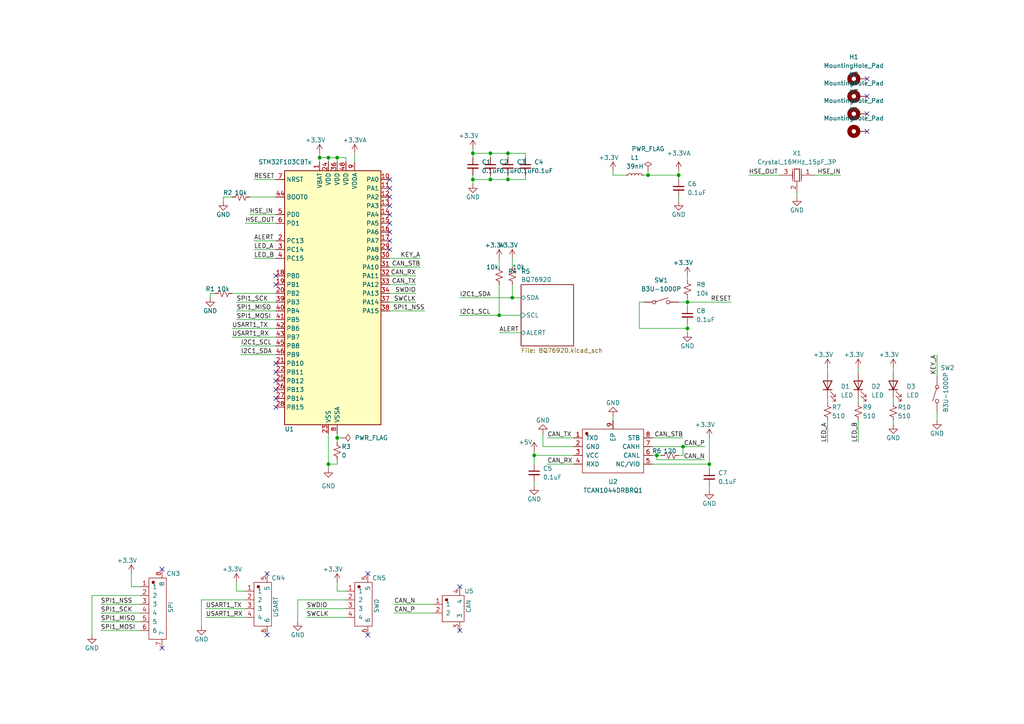
<source format=kicad_sch>
(kicad_sch (version 20230121) (generator eeschema)
  (paper "A4")
  (title_block (title "CawBMS") (rev "Alpha") (company "GUAIK"))
  (lib_symbols
    (symbol "Device:C_Small" (pin_numbers hide) (pin_names (offset 0.254) hide)
      (property "Reference" "C" (at 0.254 1.778 0))
      (property "Value" "C_Small" (at 0.254 -2.032 0))
      (symbol "C_Small_0_1"
        (polyline (pts (xy -1.524 -0.508) (xy 1.524 -0.508)) (stroke (width 0.3302)))
        (polyline (pts (xy -1.524 0.508) (xy 1.524 0.508)) (stroke (width 0.3048)))
      )
      (symbol "C_Small_1_1"
        (pin passive line (at 0 2.54 270) (length 2.032) (name "~") (number "1"))
        (pin passive line (at 0 -2.54 90) (length 2.032) (name "~") (number "2"))
      )
    )
    (symbol "Device:LED" (pin_numbers hide) (pin_names (offset 1.016) hide)
      (property "Reference" "D" (at 0 2.54 0))
      (property "Value" "LED" (at 0 -2.54 0))
      (symbol "LED_0_1"
        (polyline (pts (xy -1.27 -1.27) (xy -1.27 1.27)) (stroke (width 0.254)))
        (polyline (pts (xy -1.27 0) (xy 1.27 0)))
        (polyline (pts (xy 1.27 -1.27) (xy 1.27 1.27) (xy -1.27 0) (xy 1.27 -1.27)) (stroke (width 0.254)))
        (polyline (pts (xy -3.048 -0.762) (xy -4.572 -2.286) (xy -3.81 -2.286) (xy -4.572 -2.286) (xy -4.572 -1.524)))
        (polyline (pts (xy -1.778 -0.762) (xy -3.302 -2.286) (xy -2.54 -2.286) (xy -3.302 -2.286) (xy -3.302 -1.524)))
      )
      (symbol "LED_1_1"
        (pin passive line (at -3.81 0 0) (length 2.54) (name "K") (number "1"))
        (pin passive line (at 3.81 0 180) (length 2.54) (name "A") (number "2"))
      )
    )
    (symbol "Device:L_Small" (pin_numbers hide) (pin_names (offset 0.254) hide)
      (property "Reference" "L" (at 0.762 1.016 0))
      (property "Value" "L_Small" (at 0.762 -1.016 0))
      (symbol "L_Small_0_1"
        (arc (start 0 -2.032) (mid 0.5058 -1.524) (end 0 -1.016))
        (arc (start 0 -1.016) (mid 0.5058 -0.508) (end 0 0))
        (arc (start 0 0) (mid 0.5058 0.508) (end 0 1.016))
        (arc (start 0 1.016) (mid 0.5058 1.524) (end 0 2.032))
      )
      (symbol "L_Small_1_1"
        (pin passive line (at 0 2.54 270) (length 0.508) (name "~") (number "1"))
        (pin passive line (at 0 -2.54 90) (length 0.508) (name "~") (number "2"))
      )
    )
    (symbol "Device:R_Small_US" (pin_numbers hide) (pin_names (offset 0.254) hide)
      (property "Reference" "R" (at 0.762 0.508 0))
      (property "Value" "R_Small_US" (at 0.762 -1.016 0))
      (symbol "R_Small_US_1_1"
        (polyline (pts (xy 0 0) (xy 1.016 -0.381) (xy 0 -0.762) (xy -1.016 -1.143) (xy 0 -1.524)))
        (polyline (pts (xy 0 1.524) (xy 1.016 1.143) (xy 0 0.762) (xy -1.016 0.381) (xy 0 0)))
        (pin passive line (at 0 2.54 270) (length 1.016) (name "~") (number "1"))
        (pin passive line (at 0 -2.54 90) (length 1.016) (name "~") (number "2"))
      )
    )
    (symbol "MCU_ST_STM32F1:STM32F103CBTx"
      (property "Reference" "U" (at -12.7 39.37 0))
      (property "Value" "STM32F103CBTx" (at 10.16 39.37 0))
      (symbol "STM32F103CBTx_0_1"
        (rectangle (start -12.7 -35.56) (end 15.24 38.1) (stroke (width 0.254)) (fill (type background)))
      )
      (symbol "STM32F103CBTx_1_1"
        (pin power_in line (at -2.54 40.64 270) (length 2.54) (name "VBAT") (number "1"))
        (pin bidirectional line (at 17.78 35.56 180) (length 2.54) (name "PA0") (number "10"))
        (pin bidirectional line (at 17.78 33.02 180) (length 2.54) (name "PA1") (number "11"))
        (pin bidirectional line (at 17.78 30.48 180) (length 2.54) (name "PA2") (number "12"))
        (pin bidirectional line (at 17.78 27.94 180) (length 2.54) (name "PA3") (number "13"))
        (pin bidirectional line (at 17.78 25.4 180) (length 2.54) (name "PA4") (number "14"))
        (pin bidirectional line (at 17.78 22.86 180) (length 2.54) (name "PA5") (number "15"))
        (pin bidirectional line (at 17.78 20.32 180) (length 2.54) (name "PA6") (number "16"))
        (pin bidirectional line (at 17.78 17.78 180) (length 2.54) (name "PA7") (number "17"))
        (pin bidirectional line (at -15.24 7.62 0) (length 2.54) (name "PB0") (number "18"))
        (pin bidirectional line (at -15.24 5.08 0) (length 2.54) (name "PB1") (number "19"))
        (pin bidirectional line (at -15.24 17.78 0) (length 2.54) (name "PC13") (number "2"))
        (pin bidirectional line (at -15.24 2.54 0) (length 2.54) (name "PB2") (number "20"))
        (pin bidirectional line (at -15.24 -17.78 0) (length 2.54) (name "PB10") (number "21"))
        (pin bidirectional line (at -15.24 -20.32 0) (length 2.54) (name "PB11") (number "22"))
        (pin power_in line (at 0 -38.1 90) (length 2.54) (name "VSS") (number "23"))
        (pin power_in line (at 0 40.64 270) (length 2.54) (name "VDD") (number "24"))
        (pin bidirectional line (at -15.24 -22.86 0) (length 2.54) (name "PB12") (number "25"))
        (pin bidirectional line (at -15.24 -25.4 0) (length 2.54) (name "PB13") (number "26"))
        (pin bidirectional line (at -15.24 -27.94 0) (length 2.54) (name "PB14") (number "27"))
        (pin bidirectional line (at -15.24 -30.48 0) (length 2.54) (name "PB15") (number "28"))
        (pin bidirectional line (at 17.78 15.24 180) (length 2.54) (name "PA8") (number "29"))
        (pin bidirectional line (at -15.24 15.24 0) (length 2.54) (name "PC14") (number "3"))
        (pin bidirectional line (at 17.78 12.7 180) (length 2.54) (name "PA9") (number "30"))
        (pin bidirectional line (at 17.78 10.16 180) (length 2.54) (name "PA10") (number "31"))
        (pin bidirectional line (at 17.78 7.62 180) (length 2.54) (name "PA11") (number "32"))
        (pin bidirectional line (at 17.78 5.08 180) (length 2.54) (name "PA12") (number "33"))
        (pin bidirectional line (at 17.78 2.54 180) (length 2.54) (name "PA13") (number "34"))
        (pin passive line (at 0 -38.1 90) (length 2.54) hide (name "VSS") (number "35"))
        (pin power_in line (at 2.54 40.64 270) (length 2.54) (name "VDD") (number "36"))
        (pin bidirectional line (at 17.78 0 180) (length 2.54) (name "PA14") (number "37"))
        (pin bidirectional line (at 17.78 -2.54 180) (length 2.54) (name "PA15") (number "38"))
        (pin bidirectional line (at -15.24 0 0) (length 2.54) (name "PB3") (number "39"))
        (pin bidirectional line (at -15.24 12.7 0) (length 2.54) (name "PC15") (number "4"))
        (pin bidirectional line (at -15.24 -2.54 0) (length 2.54) (name "PB4") (number "40"))
        (pin bidirectional line (at -15.24 -5.08 0) (length 2.54) (name "PB5") (number "41"))
        (pin bidirectional line (at -15.24 -7.62 0) (length 2.54) (name "PB6") (number "42"))
        (pin bidirectional line (at -15.24 -10.16 0) (length 2.54) (name "PB7") (number "43"))
        (pin input line (at -15.24 30.48 0) (length 2.54) (name "BOOT0") (number "44"))
        (pin bidirectional line (at -15.24 -12.7 0) (length 2.54) (name "PB8") (number "45"))
        (pin bidirectional line (at -15.24 -15.24 0) (length 2.54) (name "PB9") (number "46"))
        (pin passive line (at 0 -38.1 90) (length 2.54) hide (name "VSS") (number "47"))
        (pin power_in line (at 5.08 40.64 270) (length 2.54) (name "VDD") (number "48"))
        (pin bidirectional line (at -15.24 25.4 0) (length 2.54) (name "PD0") (number "5"))
        (pin bidirectional line (at -15.24 22.86 0) (length 2.54) (name "PD1") (number "6"))
        (pin input line (at -15.24 35.56 0) (length 2.54) (name "NRST") (number "7"))
        (pin power_in line (at 2.54 -38.1 90) (length 2.54) (name "VSSA") (number "8"))
        (pin power_in line (at 7.62 40.64 270) (length 2.54) (name "VDDA") (number "9"))
      )
    )
    (symbol "Mechanical:MountingHole_Pad" (pin_numbers hide) (pin_names (offset 1.016) hide)
      (property "Reference" "H" (at 0 6.35 0))
      (property "Value" "MountingHole_Pad" (at 0 4.445 0))
      (symbol "MountingHole_Pad_0_1"
        (circle (center 0 1.27) (radius 1.27) (stroke (width 1.27)))
      )
      (symbol "MountingHole_Pad_1_1"
        (pin input line (at 0 -2.54 90) (length 2.54) (name "1") (number "1"))
      )
    )
    (symbol "Rick_CAN:TCAN1044DRBRQ1" (pin_names (offset 1.016))
      (property "Reference" "U" (at 0 11.684 0))
      (property "Value" "TCAN1044DRBRQ1" (at 0 16.764 0))
      (symbol "TCAN1044DRBRQ1_1_1"
        (rectangle (start -8.89 6.35) (end 8.89 -6.35) (stroke (width 0.1524)))
        (circle (center -7.62 5.08) (radius 0.381) (stroke (width 0.1524)) (fill (type outline)))
        (pin output line (at -11.43 3.81 0) (length 2.54) (name "TXD") (number "1"))
        (pin power_in line (at -11.43 1.27 0) (length 2.54) (name "GND") (number "2"))
        (pin power_in line (at -11.43 -1.27 0) (length 2.54) (name "VCC") (number "3"))
        (pin input line (at -11.43 -3.81 0) (length 2.54) (name "RXD") (number "4"))
        (pin power_in line (at 11.43 -3.81 180) (length 2.54) (name "NC/VIO") (number "5"))
        (pin bidirectional line (at 11.43 -1.27 180) (length 2.54) (name "CANL") (number "6"))
        (pin bidirectional line (at 11.43 1.27 180) (length 2.54) (name "CANH") (number "7"))
        (pin input line (at 11.43 3.81 180) (length 2.54) (name "STB") (number "8"))
        (pin power_in line (at 0 8.89 270) (length 2.54) (name "EP") (number "9"))
      )
    )
    (symbol "Rick_Connector:WAFER-SH1.0-2PWB" (pin_names (offset 1.016))
      (property "Reference" "U" (at 0 9.144 0))
      (property "Value" "WAFER-SH1.0-2PWB" (at 0 14.224 0))
      (symbol "WAFER-SH1.0-2PWB_1_1"
        (rectangle (start -1.27 3.81) (end 5.08 -3.81) (stroke (width 0.1524)))
        (circle (center 0 2.54) (radius 0.381) (stroke (width 0.1524)) (fill (type outline)))
        (pin input line (at -3.81 1.27 0) (length 2.54) (name "1") (number "1"))
        (pin input line (at -3.81 -1.27 0) (length 2.54) (name "2") (number "2"))
        (pin input line (at 3.81 -6.35 90) (length 2.54) (name "3") (number "3"))
        (pin input line (at 3.81 6.35 270) (length 2.54) (name "4") (number "4"))
      )
    )
    (symbol "Rick_Connector:WAFER-SH1.0-4PWB" (pin_names (offset 1.016))
      (property "Reference" "CN" (at 0 11.7094 0))
      (property "Value" "WAFER-SH1.0-4PWB" (at 0 16.7894 0))
      (symbol "WAFER-SH1.0-4PWB_1_1"
        (rectangle (start -1.27 6.35) (end 3.81 -6.35) (stroke (width 0.1524)))
        (circle (center 0 5.08) (radius 0.381) (stroke (width 0.1524)) (fill (type outline)))
        (pin input line (at -3.81 3.81 0) (length 2.54) (name "1") (number "1"))
        (pin input line (at -3.81 1.27 0) (length 2.54) (name "2") (number "2"))
        (pin input line (at -3.81 -1.27 0) (length 2.54) (name "3") (number "3"))
        (pin input line (at -3.81 -3.81 0) (length 2.54) (name "4") (number "4"))
        (pin input line (at 2.54 8.89 270) (length 2.54) (name "5") (number "5"))
        (pin input line (at 2.54 -8.89 90) (length 2.54) (name "6") (number "6"))
      )
    )
    (symbol "Rick_Connector:WAFER-SH1.0-6PWB" (pin_names (offset 1.016))
      (property "Reference" "CN" (at 0 14.224 0))
      (property "Value" "WAFER-SH1.0-6PWB" (at 0 19.304 0))
      (symbol "WAFER-SH1.0-6PWB_1_1"
        (rectangle (start -2.54 8.89) (end 2.54 -8.89) (stroke (width 0.1524)))
        (circle (center -1.27 7.62) (radius 0.381) (stroke (width 0.1524)) (fill (type outline)))
        (pin input line (at -5.08 6.35 0) (length 2.54) (name "1") (number "1"))
        (pin input line (at -5.08 3.81 0) (length 2.54) (name "2") (number "2"))
        (pin input line (at -5.08 1.27 0) (length 2.54) (name "3") (number "3"))
        (pin input line (at -5.08 -1.27 0) (length 2.54) (name "4") (number "4"))
        (pin input line (at -5.08 -3.81 0) (length 2.54) (name "5") (number "5"))
        (pin input line (at -5.08 -6.35 0) (length 2.54) (name "6") (number "6"))
        (pin input line (at 1.27 -11.43 90) (length 2.54) (name "7") (number "7"))
        (pin input line (at 1.27 11.43 270) (length 2.54) (name "8") (number "8"))
      )
    )
    (symbol "Rick_Device:Crystal_16MHz_15pF_3P" (pin_names (offset 1.016) hide)
      (property "Reference" "X" (at 0 4.318 0))
      (property "Value" "Crystal_16MHz_15pF_3P" (at 0 9.398 0))
      (symbol "Crystal_16MHz_15pF_3P_1_1"
        (polyline (pts (xy -1.27 1.016) (xy -1.27 -1.016)) (stroke (width 0.1524)))
        (polyline (pts (xy -1.27 1.778) (xy -1.27 -1.778)) (stroke (width 0.1524)))
        (polyline (pts (xy -0.762 1.778) (xy 0.762 1.778)) (stroke (width 0.1524)))
        (polyline (pts (xy 1.27 1.016) (xy 1.27 -1.016)) (stroke (width 0.1524)))
        (polyline (pts (xy 1.27 1.778) (xy 1.27 -1.778)) (stroke (width 0.1524)))
        (polyline (pts (xy 0.762 1.778) (xy 0.762 -1.778) (xy -0.762 -1.778) (xy -0.762 1.778)) (stroke (width 0.1524)))
        (polyline (pts (xy -0.762 -1.778) (xy -0.762 1.778) (xy 0.762 1.778) (xy 0.762 -1.778) (xy -0.762 -1.778)) (stroke (width 0.1524)))
        (pin passive line (at 5.08 0 180) (length 3.81) (name "OSC1") (number "1"))
        (pin passive line (at 0 -5.08 90) (length 3.048) (name "GND") (number "2"))
        (pin passive line (at -5.08 0 0) (length 3.81) (name "OSC2") (number "3"))
      )
    )
    (symbol "Rick_Switch:B3U-1000P" (pin_numbers hide) (pin_names (offset 1.016) hide)
      (property "Reference" "SW" (at 0 2.54 0))
      (property "Value" "B3U-1000P" (at 0 5.08 0))
      (symbol "B3U-1000P_0_1"
        (circle (center -2.032 0) (radius 0.508))
        (polyline (pts (xy -2.032 0) (xy 2.032 1.27)))
        (circle (center 2.032 0) (radius 0.508))
        (pin passive line (at -5.08 0 0) (length 2.54) (name "1") (number "1"))
        (pin passive line (at 5.08 0 180) (length 2.54) (name "2") (number "2"))
      )
    )
    (symbol "power:+3.3V" (power) (pin_names (offset 0))
      (property "Value" "+3.3V" (at 0 3.556 0))
      (symbol "+3.3V_0_1"
        (polyline (pts (xy -0.762 1.27) (xy 0 2.54)))
        (polyline (pts (xy 0 0) (xy 0 2.54)))
        (polyline (pts (xy 0 2.54) (xy 0.762 1.27)))
      )
      (symbol "+3.3V_1_1"
        (pin power_in line (at 0 0 90) (length 0) hide (name "+3.3V") (number "1"))
      )
    )
    (symbol "power:+3.3VA" (power) (pin_names (offset 0))
      (property "Value" "+3.3VA" (at 0 3.556 0))
      (symbol "+3.3VA_0_1"
        (polyline (pts (xy -0.762 1.27) (xy 0 2.54)))
        (polyline (pts (xy 0 0) (xy 0 2.54)))
        (polyline (pts (xy 0 2.54) (xy 0.762 1.27)))
      )
      (symbol "+3.3VA_1_1"
        (pin power_in line (at 0 0 90) (length 0) hide (name "+3.3VA") (number "1"))
      )
    )
    (symbol "power:+5V" (power) (pin_names (offset 0))
      (property "Value" "+5V" (at 0 3.556 0))
      (symbol "+5V_0_1"
        (polyline (pts (xy -0.762 1.27) (xy 0 2.54)))
        (polyline (pts (xy 0 0) (xy 0 2.54)))
        (polyline (pts (xy 0 2.54) (xy 0.762 1.27)))
      )
      (symbol "+5V_1_1"
        (pin power_in line (at 0 0 90) (length 0) hide (name "+5V") (number "1"))
      )
    )
    (symbol "power:GND" (power) (pin_names (offset 0))
      (property "Value" "GND" (at 0 -3.81 0))
      (symbol "GND_0_1"
        (polyline (pts (xy 0 0) (xy 0 -1.27) (xy 1.27 -1.27) (xy 0 -2.54) (xy -1.27 -1.27) (xy 0 -1.27)))
      )
      (symbol "GND_1_1"
        (pin power_in line (at 0 0 270) (length 0) hide (name "GND") (number "1"))
      )
    )
    (symbol "power:PWR_FLAG" (power) (pin_numbers hide) (pin_names (offset 0) hide)
      (property "Value" "PWR_FLAG" (at 0 3.81 0))
      (symbol "PWR_FLAG_0_0"
        (pin power_out line (at 0 0 90) (length 0) (name "pwr") (number "1"))
      )
      (symbol "PWR_FLAG_0_1"
        (polyline (pts (xy 0 0) (xy 0 1.27) (xy -1.016 1.905) (xy 0 2.54) (xy 1.016 1.905) (xy 0 1.27)))
      )
    )
  )
  (junction (at 187.96 50.8))
  (junction (at 142.24 52.07))
  (junction (at 147.32 44.45))
  (junction (at 97.79 45.72))
  (junction (at 92.71 45.72))
  (junction (at 97.79 127))
  (junction (at 190.5 132.08))
  (junction (at 199.39 95.25))
  (junction (at 196.85 50.8))
  (junction (at 95.25 134.62))
  (junction (at 95.25 45.72))
  (junction (at 137.16 44.45))
  (junction (at 154.94 132.08))
  (junction (at 205.74 134.62))
  (junction (at 199.39 87.63))
  (junction (at 147.32 52.07))
  (junction (at 144.78 91.44))
  (junction (at 148.59 86.36))
  (junction (at 137.16 52.07))
  (junction (at 198.12 129.54))
  (junction (at 142.24 44.45))
  (no_connect (at 80.01 105.41))
  (no_connect (at 251.46 27.94))
  (no_connect (at 46.99 165.1))
  (no_connect (at 80.01 107.95))
  (no_connect (at 106.68 166.37))
  (no_connect (at 113.03 52.07))
  (no_connect (at 113.03 69.85))
  (no_connect (at 77.47 166.37))
  (no_connect (at 251.46 33.02))
  (no_connect (at 133.35 170.18))
  (no_connect (at 113.03 57.15))
  (no_connect (at 77.47 184.15))
  (no_connect (at 251.46 22.86))
  (no_connect (at 113.03 67.31))
  (no_connect (at 80.01 80.01))
  (no_connect (at 133.35 182.88))
  (no_connect (at 113.03 72.39))
  (no_connect (at 113.03 64.77))
  (no_connect (at 80.01 113.03))
  (no_connect (at 46.99 187.96))
  (no_connect (at 113.03 59.69))
  (no_connect (at 251.46 38.1))
  (no_connect (at 106.68 184.15))
  (no_connect (at 80.01 118.11))
  (no_connect (at 80.01 110.49))
  (no_connect (at 113.03 54.61))
  (no_connect (at 80.01 82.55))
  (no_connect (at 113.03 62.23))
  (no_connect (at 80.01 115.57))
  (wire (pts (xy 121.92 77.47) (xy 113.03 77.47)))
  (wire (pts (xy 196.85 50.8) (xy 196.85 52.07)))
  (wire (pts (xy 248.92 106.68) (xy 248.92 107.95)))
  (wire (pts (xy 68.58 87.63) (xy 80.01 87.63)))
  (wire (pts (xy 158.75 134.62) (xy 166.37 134.62)))
  (wire (pts (xy 148.59 86.36) (xy 151.13 86.36)))
  (wire (pts (xy 114.3 175.26) (xy 125.73 175.26)))
  (wire (pts (xy 199.39 93.98) (xy 199.39 95.25)))
  (wire (pts (xy 240.03 128.27) (xy 240.03 121.92)))
  (wire (pts (xy 120.65 87.63) (xy 113.03 87.63)))
  (wire (pts (xy 120.65 80.01) (xy 113.03 80.01)))
  (wire (pts (xy 29.21 180.34) (xy 40.64 180.34)))
  (wire (pts (xy 157.48 125.73) (xy 157.48 129.54)))
  (wire (pts (xy 177.8 50.8) (xy 181.61 50.8)))
  (wire (pts (xy 199.39 86.36) (xy 199.39 87.63)))
  (wire (pts (xy 148.59 82.55) (xy 148.59 86.36)))
  (wire (pts (xy 40.64 172.72) (xy 26.67 172.72)))
  (wire (pts (xy 71.12 173.99) (xy 58.42 173.99)))
  (wire (pts (xy 95.25 125.73) (xy 95.25 134.62)))
  (wire (pts (xy 72.39 57.15) (xy 80.01 57.15)))
  (wire (pts (xy 137.16 52.07) (xy 137.16 53.34)))
  (wire (pts (xy 259.08 106.68) (xy 259.08 107.95)))
  (wire (pts (xy 185.42 95.25) (xy 199.39 95.25)))
  (wire (pts (xy 73.66 72.39) (xy 80.01 72.39)))
  (wire (pts (xy 248.92 115.57) (xy 248.92 116.84)))
  (wire (pts (xy 157.48 129.54) (xy 166.37 129.54)))
  (wire (pts (xy 38.1 170.18) (xy 40.64 170.18)))
  (wire (pts (xy 154.94 132.08) (xy 154.94 134.62)))
  (wire (pts (xy 142.24 44.45) (xy 142.24 45.72)))
  (wire (pts (xy 177.8 49.53) (xy 177.8 50.8)))
  (wire (pts (xy 154.94 130.81) (xy 154.94 132.08)))
  (wire (pts (xy 205.74 140.97) (xy 205.74 142.24)))
  (wire (pts (xy 185.42 87.63) (xy 185.42 95.25)))
  (wire (pts (xy 121.92 74.93) (xy 113.03 74.93)))
  (wire (pts (xy 38.1 166.37) (xy 38.1 170.18)))
  (wire (pts (xy 147.32 44.45) (xy 142.24 44.45)))
  (wire (pts (xy 59.69 176.53) (xy 71.12 176.53)))
  (wire (pts (xy 60.96 85.09) (xy 60.96 86.36)))
  (wire (pts (xy 248.92 128.27) (xy 248.92 121.92)))
  (wire (pts (xy 189.23 129.54) (xy 198.12 129.54)))
  (wire (pts (xy 58.42 173.99) (xy 58.42 181.61)))
  (wire (pts (xy 158.75 127) (xy 166.37 127)))
  (wire (pts (xy 190.5 133.35) (xy 204.47 133.35)))
  (wire (pts (xy 142.24 44.45) (xy 137.16 44.45)))
  (wire (pts (xy 187.96 49.53) (xy 187.96 50.8)))
  (wire (pts (xy 137.16 50.8) (xy 137.16 52.07)))
  (wire (pts (xy 177.8 120.65) (xy 177.8 121.92)))
  (wire (pts (xy 95.25 45.72) (xy 97.79 45.72)))
  (wire (pts (xy 73.66 69.85) (xy 80.01 69.85)))
  (wire (pts (xy 198.12 132.08) (xy 196.85 132.08)))
  (wire (pts (xy 189.23 132.08) (xy 190.5 132.08)))
  (wire (pts (xy 100.33 173.99) (xy 86.36 173.99)))
  (wire (pts (xy 137.16 52.07) (xy 142.24 52.07)))
  (wire (pts (xy 68.58 171.45) (xy 71.12 171.45)))
  (wire (pts (xy 187.96 50.8) (xy 196.85 50.8)))
  (wire (pts (xy 147.32 50.8) (xy 147.32 52.07)))
  (wire (pts (xy 73.66 74.93) (xy 80.01 74.93)))
  (wire (pts (xy 205.74 127) (xy 205.74 134.62)))
  (wire (pts (xy 72.39 62.23) (xy 80.01 62.23)))
  (wire (pts (xy 97.79 45.72) (xy 97.79 46.99)))
  (wire (pts (xy 152.4 52.07) (xy 152.4 50.8)))
  (wire (pts (xy 196.85 57.15) (xy 196.85 58.42)))
  (wire (pts (xy 137.16 43.18) (xy 137.16 44.45)))
  (wire (pts (xy 68.58 92.71) (xy 80.01 92.71)))
  (wire (pts (xy 243.84 50.8) (xy 236.22 50.8)))
  (wire (pts (xy 97.79 133.35) (xy 97.79 134.62)))
  (wire (pts (xy 152.4 45.72) (xy 152.4 44.45)))
  (wire (pts (xy 95.25 134.62) (xy 97.79 134.62)))
  (wire (pts (xy 99.06 127) (xy 97.79 127)))
  (wire (pts (xy 198.12 127) (xy 189.23 127)))
  (wire (pts (xy 68.58 168.91) (xy 68.58 171.45)))
  (wire (pts (xy 67.31 95.25) (xy 80.01 95.25)))
  (wire (pts (xy 271.78 119.38) (xy 271.78 121.92)))
  (wire (pts (xy 133.35 91.44) (xy 144.78 91.44)))
  (wire (pts (xy 62.23 85.09) (xy 60.96 85.09)))
  (wire (pts (xy 120.65 85.09) (xy 113.03 85.09)))
  (wire (pts (xy 88.9 176.53) (xy 100.33 176.53)))
  (wire (pts (xy 100.33 45.72) (xy 100.33 46.99)))
  (wire (pts (xy 217.17 50.8) (xy 226.06 50.8)))
  (wire (pts (xy 95.25 134.62) (xy 95.25 135.89)))
  (wire (pts (xy 92.71 45.72) (xy 95.25 45.72)))
  (wire (pts (xy 97.79 125.73) (xy 97.79 127)))
  (wire (pts (xy 148.59 74.93) (xy 148.59 77.47)))
  (wire (pts (xy 26.67 172.72) (xy 26.67 184.15)))
  (wire (pts (xy 199.39 87.63) (xy 199.39 88.9)))
  (wire (pts (xy 86.36 173.99) (xy 86.36 180.34)))
  (wire (pts (xy 137.16 44.45) (xy 137.16 45.72)))
  (wire (pts (xy 69.85 102.87) (xy 80.01 102.87)))
  (wire (pts (xy 120.65 82.55) (xy 113.03 82.55)))
  (wire (pts (xy 147.32 44.45) (xy 147.32 45.72)))
  (wire (pts (xy 186.69 87.63) (xy 185.42 87.63)))
  (wire (pts (xy 144.78 91.44) (xy 151.13 91.44)))
  (wire (pts (xy 152.4 44.45) (xy 147.32 44.45)))
  (wire (pts (xy 123.19 90.17) (xy 113.03 90.17)))
  (wire (pts (xy 97.79 168.91) (xy 97.79 171.45)))
  (wire (pts (xy 271.78 102.87) (xy 271.78 109.22)))
  (wire (pts (xy 190.5 132.08) (xy 191.77 132.08)))
  (wire (pts (xy 144.78 96.52) (xy 151.13 96.52)))
  (wire (pts (xy 69.85 100.33) (xy 80.01 100.33)))
  (wire (pts (xy 59.69 179.07) (xy 71.12 179.07)))
  (wire (pts (xy 144.78 74.93) (xy 144.78 77.47)))
  (wire (pts (xy 92.71 44.45) (xy 92.71 45.72)))
  (wire (pts (xy 97.79 171.45) (xy 100.33 171.45)))
  (wire (pts (xy 259.08 115.57) (xy 259.08 116.84)))
  (wire (pts (xy 97.79 127) (xy 97.79 128.27)))
  (wire (pts (xy 199.39 87.63) (xy 212.09 87.63)))
  (wire (pts (xy 73.66 52.07) (xy 80.01 52.07)))
  (wire (pts (xy 199.39 95.25) (xy 199.39 96.52)))
  (wire (pts (xy 198.12 129.54) (xy 204.47 129.54)))
  (wire (pts (xy 199.39 80.01) (xy 199.39 81.28)))
  (wire (pts (xy 97.79 45.72) (xy 100.33 45.72)))
  (wire (pts (xy 92.71 45.72) (xy 92.71 46.99)))
  (wire (pts (xy 259.08 121.92) (xy 259.08 123.19)))
  (wire (pts (xy 142.24 50.8) (xy 142.24 52.07)))
  (wire (pts (xy 64.77 57.15) (xy 64.77 58.42)))
  (wire (pts (xy 29.21 182.88) (xy 40.64 182.88)))
  (wire (pts (xy 154.94 132.08) (xy 166.37 132.08)))
  (wire (pts (xy 67.31 57.15) (xy 64.77 57.15)))
  (wire (pts (xy 205.74 134.62) (xy 189.23 134.62)))
  (wire (pts (xy 29.21 177.8) (xy 40.64 177.8)))
  (wire (pts (xy 196.85 49.53) (xy 196.85 50.8)))
  (wire (pts (xy 231.14 55.88) (xy 231.14 57.15)))
  (wire (pts (xy 114.3 177.8) (xy 125.73 177.8)))
  (wire (pts (xy 67.31 85.09) (xy 80.01 85.09)))
  (wire (pts (xy 71.12 64.77) (xy 80.01 64.77)))
  (wire (pts (xy 147.32 52.07) (xy 152.4 52.07)))
  (wire (pts (xy 102.87 44.45) (xy 102.87 46.99)))
  (wire (pts (xy 154.94 139.7) (xy 154.94 140.97)))
  (wire (pts (xy 198.12 129.54) (xy 198.12 132.08)))
  (wire (pts (xy 133.35 86.36) (xy 148.59 86.36)))
  (wire (pts (xy 205.74 134.62) (xy 205.74 135.89)))
  (wire (pts (xy 88.9 179.07) (xy 100.33 179.07)))
  (wire (pts (xy 186.69 50.8) (xy 187.96 50.8)))
  (wire (pts (xy 240.03 106.68) (xy 240.03 107.95)))
  (wire (pts (xy 196.85 87.63) (xy 199.39 87.63)))
  (wire (pts (xy 190.5 132.08) (xy 190.5 133.35)))
  (wire (pts (xy 240.03 115.57) (xy 240.03 116.84)))
  (wire (pts (xy 142.24 52.07) (xy 147.32 52.07)))
  (wire (pts (xy 67.31 97.79) (xy 80.01 97.79)))
  (wire (pts (xy 95.25 45.72) (xy 95.25 46.99)))
  (wire (pts (xy 144.78 82.55) (xy 144.78 91.44)))
  (wire (pts (xy 29.21 175.26) (xy 40.64 175.26)))
  (wire (pts (xy 68.58 90.17) (xy 80.01 90.17)))
  (label "RESET" (at 212.09 87.63 180))
  (label "LED_A" (at 73.66 72.39 0))
  (label "SPI1_MISO" (at 68.58 90.17 0))
  (label "CAN_P" (at 204.47 129.54 180))
  (label "CAN_N" (at 204.47 133.35 180))
  (label "SPI1_NSS" (at 29.21 175.26 0))
  (label "SWDIO" (at 120.65 85.09 180))
  (label "CAN_TX" (at 158.75 127 0))
  (label "HSE_IN" (at 72.39 62.23 0))
  (label "HSE_IN" (at 243.84 50.8 180))
  (label "ALERT" (at 73.66 69.85 0))
  (label "CAN_STB" (at 121.92 77.47 180))
  (label "HSE_OUT" (at 217.17 50.8 0))
  (label "USART1_RX" (at 59.69 179.07 0))
  (label "I2C1_SCL" (at 69.85 100.33 0))
  (label "LED_A" (at 240.03 128.27 90))
  (label "SWDIO" (at 88.9 176.53 0))
  (label "SPI1_MOSI" (at 68.58 92.71 0))
  (label "HSE_OUT" (at 71.12 64.77 0))
  (label "I2C1_SDA" (at 133.35 86.36 0))
  (label "SPI1_MISO" (at 29.21 180.34 0))
  (label "SPI1_SCK" (at 29.21 177.8 0))
  (label "CAN_RX" (at 120.65 80.01 180))
  (label "CAN_RX" (at 158.75 134.62 0))
  (label "KEY_A" (at 121.92 74.93 180))
  (label "ALERT" (at 144.78 96.52 0))
  (label "USART1_TX" (at 59.69 176.53 0))
  (label "RESET" (at 73.66 52.07 0))
  (label "SWCLK" (at 120.65 87.63 180))
  (label "I2C1_SDA" (at 69.85 102.87 0))
  (label "SPI1_SCK" (at 68.58 87.63 0))
  (label "LED_B" (at 248.92 128.27 90))
  (label "USART1_TX" (at 67.31 95.25 0))
  (label "SPI1_MOSI" (at 29.21 182.88 0))
  (label "CAN_P" (at 114.3 177.8 0))
  (label "SPI1_NSS" (at 123.19 90.17 180))
  (label "CAN_N" (at 114.3 175.26 0))
  (label "SWCLK" (at 88.9 179.07 0))
  (label "LED_B" (at 73.66 74.93 0))
  (label "I2C1_SCL" (at 133.35 91.44 0))
  (label "KEY_A" (at 271.78 102.87 270))
  (label "CAN_TX" (at 120.65 82.55 180))
  (label "CAN_STB" (at 198.12 127 180))
  (label "USART1_RX" (at 67.31 97.79 0))
  (symbol (lib_id "power:+3.3V") (at 92.71 44.45 0) (unit 1)
    (property "Reference" "#PWR04" (effects hide))
    (property "Value" "+3.3V" (at 91.44 40.64 0))
  )
  (symbol (lib_id "power:PWR_FLAG") (at 99.06 127 270) (unit 1)
    (property "Reference" "#FLG01" (effects hide))
    (property "Value" "PWR_FLAG" (at 102.87 127 90) (effects (justify left)))
  )
  (symbol (lib_id "Device:L_Small") (at 184.15 50.8 90) (unit 1)
    (property "Reference" "L1" (at 184.15 45.72 90))
    (property "Value" "39nH" (at 184.15 48.26 90))
    (property "Footprint" "Inductor_SMD:L_0402_1005Metric_Pad0.77x0.64mm_HandSolder" (effects hide))
  )
  (symbol (lib_id "power:+5V") (at 154.94 130.81 0) (unit 1)
    (property "Reference" "#PWR015" (effects hide))
    (property "Value" "+5V" (at 152.4 128.27 0))
  )
  (symbol (lib_id "Mechanical:MountingHole_Pad") (at 248.92 22.86 90) (unit 1)
    (property "Reference" "H1" (at 247.65 16.51 90))
    (property "Value" "MountingHole_Pad" (at 247.65 19.05 90))
    (property "Footprint" "MountingHole:MountingHole_2.2mm_M2_Pad_Via" (effects hide))
  )
  (symbol (lib_id "power:PWR_FLAG") (at 187.96 49.53 0) (unit 1)
    (property "Reference" "#FLG02" (effects hide))
    (property "Value" "PWR_FLAG" (at 187.96 43.18 0))
  )
  (symbol (lib_id "power:+3.3V") (at 144.78 74.93 0) (unit 1)
    (property "Reference" "#PWR018" (effects hide))
    (property "Value" "+3.3V" (at 143.51 71.12 0))
  )
  (symbol (lib_id "Rick_CAN:TCAN1044DRBRQ1") (at 177.8 130.81 0) (unit 1)
    (property "Reference" "U2" (at 177.8 139.7 0))
    (property "Value" "TCAN1044DRBRQ1" (at 177.8 142.24 0))
    (property "Footprint" "Rick_CAN:TCAN1044DRBRQ1_DFN-8_L3.0-W3.0-P0.65-TL-EP2.4" (effects hide))
    (property "Datasheet" "https://item.szlcsc.com/3797141.html" (effects hide))
    (property "SuppliersPartNumber" "C3234120" (effects hide))
    (property "uuid" "std:57f587643297422893049129db506a43" (effects hide))
  )
  (symbol (lib_id "Device:R_Small_US") (at 248.92 119.38 0) (unit 1)
    (property "Reference" "R9" (at 250.19 118.11 0) (effects (justify left)))
    (property "Value" "510" (at 250.19 120.65 0) (effects (justify left)))
    (property "Footprint" "Resistor_SMD:R_0402_1005Metric_Pad0.72x0.64mm_HandSolder" (effects hide))
  )
  (symbol (lib_id "power:GND") (at 95.25 135.89 0) (unit 1)
    (property "Reference" "#PWR05" (effects hide))
    (property "Value" "GND" (at 95.25 140.97 0))
  )
  (symbol (lib_id "Device:R_Small_US") (at 64.77 85.09 90) (unit 1)
    (property "Reference" "R1" (at 60.96 83.82 90))
    (property "Value" "10k" (at 64.77 83.82 90))
    (property "Footprint" "Resistor_SMD:R_0402_1005Metric_Pad0.72x0.64mm_HandSolder" (effects hide))
  )
  (symbol (lib_id "power:GND") (at 60.96 86.36 0) (unit 1)
    (property "Reference" "#PWR01" (effects hide))
    (property "Value" "GND" (at 60.96 90.17 0))
  )
  (symbol (lib_id "Rick_Connector:WAFER-SH1.0-4PWB") (at 74.93 175.26 0) (unit 1)
    (property "Reference" "CN4" (at 78.74 167.64 0) (effects (justify left)))
    (property "Value" "USART" (at 80.01 179.07 90) (effects (justify left)))
    (property "Footprint" "Rick_Connector:CONN-SMD_4P-P1.00_WAFER-SH1.0-4PWB" (effects hide))
    (property "SuppliersPartNumber" "C3029343" (effects hide))
    (property "uuid" "std:3aeef2007f6340e5aa158e9b3ba53384" (effects hide))
  )
  (symbol (lib_id "power:+3.3V") (at 68.58 168.91 0) (unit 1)
    (property "Reference" "#PWR09" (effects hide))
    (property "Value" "+3.3V" (at 67.31 165.1 0))
  )
  (symbol (lib_id "power:GND") (at 86.36 180.34 0) (unit 1)
    (property "Reference" "#PWR010" (effects hide))
    (property "Value" "GND" (at 86.36 184.15 0))
  )
  (symbol (lib_id "Device:R_Small_US") (at 97.79 130.81 0) (unit 1)
    (property "Reference" "R3" (at 99.06 129.54 0) (effects (justify left)))
    (property "Value" "0" (at 99.06 132.08 0) (effects (justify left)))
    (property "Footprint" "Resistor_SMD:R_0402_1005Metric_Pad0.72x0.64mm_HandSolder" (effects hide))
  )
  (symbol (lib_id "Device:C_Small") (at 199.39 91.44 0) (unit 1)
    (property "Reference" "C8" (at 201.93 90.1763 0) (effects (justify left)))
    (property "Value" "0.1uF" (at 201.93 92.7163 0) (effects (justify left)))
    (property "Footprint" "Capacitor_SMD:C_0402_1005Metric_Pad0.74x0.62mm_HandSolder" (effects hide))
  )
  (symbol (lib_id "Device:R_Small_US") (at 144.78 80.01 0) (unit 1)
    (property "Reference" "R4" (at 147.32 78.74 0) (effects (justify left)))
    (property "Value" "10k" (at 140.97 77.47 0) (effects (justify left)))
    (property "Footprint" "Resistor_SMD:R_0402_1005Metric_Pad0.72x0.64mm_HandSolder" (effects hide))
  )
  (symbol (lib_id "power:+3.3VA") (at 196.85 49.53 0) (unit 1)
    (property "Reference" "#PWR022" (effects hide))
    (property "Value" "+3.3VA" (at 196.85 44.45 0))
  )
  (symbol (lib_id "power:GND") (at 26.67 184.15 0) (unit 1)
    (property "Reference" "#PWR03" (effects hide))
    (property "Value" "GND" (at 26.67 187.96 0))
  )
  (symbol (lib_id "Rick_Connector:WAFER-SH1.0-6PWB") (at 45.72 176.53 0) (unit 1)
    (property "Reference" "CN3" (at 48.26 166.37 0) (effects (justify left)))
    (property "Value" "SPI" (at 49.53 177.8 90) (effects (justify left)))
    (property "Footprint" "Rick_Connector:CONN-SMD_6P-P1.00_XUNPU_WAFER-SH1.0-6PWB" (effects hide))
    (property "SuppliersPartNumber" "C3029345" (effects hide))
    (property "uuid" "std:f32f5274372e4d209515ea792a9b5735" (effects hide))
  )
  (symbol (lib_id "Device:C_Small") (at 205.74 138.43 0) (unit 1)
    (property "Reference" "C7" (at 208.28 137.1663 0) (effects (justify left)))
    (property "Value" "0.1uF" (at 208.28 139.7063 0) (effects (justify left)))
    (property "Footprint" "Capacitor_SMD:C_0402_1005Metric_Pad0.74x0.62mm_HandSolder" (effects hide))
  )
  (symbol (lib_id "Device:LED") (at 240.03 111.76 90) (unit 1)
    (property "Reference" "D1" (at 243.84 112.0775 90) (effects (justify right)))
    (property "Value" "LED" (at 243.84 114.6175 90) (effects (justify right)))
    (property "Footprint" "LED_SMD:LED_0402_1005Metric_Pad0.77x0.64mm_HandSolder" (effects hide))
  )
  (symbol (lib_id "Rick_Connector:WAFER-SH1.0-2PWB") (at 129.54 176.53 0) (unit 1)
    (property "Reference" "U5" (at 134.62 171.45 0) (effects (justify left)))
    (property "Value" "CAN" (at 135.89 177.8 90) (effects (justify left)))
    (property "Footprint" "Rick_Connector:CONN-SMD_2P-P1.00_XUNPU_WAFER-SH1.0-2PWB" (effects hide))
    (property "SuppliersPartNumber" "C3029341" (effects hide))
    (property "uuid" "std:b25617d4d4944bb5a333c9a533c58e4a" (effects hide))
  )
  (symbol (lib_id "Device:R_Small_US") (at 148.59 80.01 0) (unit 1)
    (property "Reference" "R5" (at 151.13 78.74 0) (effects (justify left)))
    (property "Value" "10k" (at 148.59 77.47 0) (effects (justify left)))
    (property "Footprint" "Resistor_SMD:R_0402_1005Metric_Pad0.72x0.64mm_HandSolder" (effects hide))
  )
  (symbol (lib_id "power:GND") (at 64.77 58.42 0) (unit 1)
    (property "Reference" "#PWR02" (effects hide))
    (property "Value" "GND" (at 64.77 62.23 0))
  )
  (symbol (lib_id "power:+3.3V") (at 148.59 74.93 0) (unit 1)
    (property "Reference" "#PWR020" (effects hide))
    (property "Value" "+3.3V" (at 147.32 71.12 0))
  )
  (symbol (lib_id "Rick_Connector:WAFER-SH1.0-4PWB") (at 104.14 175.26 0) (unit 1)
    (property "Reference" "CN5" (at 107.95 167.64 0) (effects (justify left)))
    (property "Value" "SWD" (at 109.22 177.8 90) (effects (justify left)))
    (property "Footprint" "Rick_Connector:CONN-SMD_4P-P1.00_WAFER-SH1.0-4PWB" (effects hide))
    (property "SuppliersPartNumber" "C3029343" (effects hide))
    (property "uuid" "std:3aeef2007f6340e5aa158e9b3ba53384" (effects hide))
  )
  (symbol (lib_id "Device:C_Small") (at 154.94 137.16 0) (unit 1)
    (property "Reference" "C5" (at 157.48 135.8963 0) (effects (justify left)))
    (property "Value" "0.1uF" (at 157.48 138.4363 0) (effects (justify left)))
    (property "Footprint" "Capacitor_SMD:C_0402_1005Metric_Pad0.74x0.62mm_HandSolder" (effects hide))
  )
  (symbol (lib_id "power:GND") (at 199.39 96.52 0) (unit 1)
    (property "Reference" "#PWR028" (effects hide))
    (property "Value" "GND" (at 199.39 100.33 0))
  )
  (symbol (lib_id "power:GND") (at 196.85 58.42 0) (unit 1)
    (property "Reference" "#PWR023" (effects hide))
    (property "Value" "GND" (at 196.85 62.23 0))
  )
  (symbol (lib_id "power:+3.3VA") (at 102.87 44.45 0) (unit 1)
    (property "Reference" "#PWR07" (effects hide))
    (property "Value" "+3.3VA" (at 102.87 40.64 0))
  )
  (symbol (lib_id "power:+3.3V") (at 205.74 127 0) (unit 1)
    (property "Reference" "#PWR024" (effects hide))
    (property "Value" "+3.3V" (at 204.47 123.19 0))
  )
  (symbol (lib_id "power:GND") (at 58.42 181.61 0) (unit 1)
    (property "Reference" "#PWR08" (effects hide))
    (property "Value" "GND" (at 58.42 185.42 0))
  )
  (symbol (lib_id "Device:C_Small") (at 152.4 48.26 0) (unit 1)
    (property "Reference" "C4" (at 154.94 46.9963 0) (effects (justify left)))
    (property "Value" "0.1uF" (at 154.94 49.5363 0) (effects (justify left)))
    (property "Footprint" "Capacitor_SMD:C_0402_1005Metric_Pad0.74x0.62mm_HandSolder" (effects hide))
  )
  (symbol (lib_id "power:GND") (at 231.14 57.15 0) (unit 1)
    (property "Reference" "#PWR029" (effects hide))
    (property "Value" "GND" (at 231.14 60.96 0))
  )
  (symbol (lib_id "power:+3.3V") (at 240.03 106.68 0) (unit 1)
    (property "Reference" "#PWR026" (effects hide))
    (property "Value" "+3.3V" (at 238.76 102.87 0))
  )
  (symbol (lib_id "Rick_Switch:B3U-1000P") (at 271.78 114.3 90) (mirror x) (unit 1)
    (property "Reference" "SW2" (at 276.86 106.68 90) (effects (justify left)))
    (property "Value" "B3U-1000P" (at 274.32 107.95 0) (effects (justify left)))
    (property "Footprint" "Rick_Switch:B3U-1000P" (effects hide))
    (property "Datasheet" "https://atta.szlcsc.com/upload/public/pdf/source/20180629/C231329_070179C33643744C5978F4F02109B85D.pdf" (effects hide))
    (property "SuppliersPartNumber" "C231329" (effects hide))
    (property "uuid" "pro:88cc75915fa84deeac551567265da6f9" (effects hide))
    (property "Manufacturer" "OMRON" (effects hide))
    (property "Manufacturer Product Number" "B3U-1000P" (effects hide))
    (property "JLC Part Number" "C231329" (effects hide))
    (property "JLC URL" "https://item.szlcsc.com/231216.html" (effects hide))
  )
  (symbol (lib_id "Rick_Device:Crystal_16MHz_15pF_3P") (at 231.14 50.8 0) (unit 1)
    (property "Reference" "X1" (at 231.14 44.45 0))
    (property "Value" "Crystal_16MHz_15pF_3P" (at 231.14 46.99 0))
    (property "Footprint" "Rick_Crystal:Crystal_SMD3213-3P" (effects hide))
    (property "Datasheet" "http://www.szlcsc.com/product/details_318913.html" (effects hide))
    (property "SuppliersPartNumber" "C341521" (effects hide))
    (property "uuid" "std:1df7711bb7514091887d101c9f54bf51" (effects hide))
    (property "Manufacturer" "muRata" (effects hide))
    (property "Manufacturer Product Number" "CSTNE16M0V530000R0" (effects hide))
    (property "JLC Part Number" "C341521" (effects hide))
    (property "JLC URL" "https://item.szlcsc.com/318913.html" (effects hide))
  )
  (symbol (lib_id "Device:R_Small_US") (at 199.39 83.82 0) (unit 1)
    (property "Reference" "R8" (at 201.93 82.55 0) (effects (justify left)))
    (property "Value" "10k" (at 201.93 85.09 0) (effects (justify left)))
    (property "Footprint" "Resistor_SMD:R_0402_1005Metric_Pad0.72x0.64mm_HandSolder" (effects hide))
  )
  (symbol (lib_id "Device:C_Small") (at 196.85 54.61 0) (unit 1)
    (property "Reference" "C6" (at 199.39 53.3463 0) (effects (justify left)))
    (property "Value" "0.1uF" (at 199.39 55.8863 0) (effects (justify left)))
    (property "Footprint" "Capacitor_SMD:C_0402_1005Metric_Pad0.74x0.62mm_HandSolder" (effects hide))
  )
  (symbol (lib_id "Device:R_Small_US") (at 259.08 119.38 0) (unit 1)
    (property "Reference" "R10" (at 260.35 118.11 0) (effects (justify left)))
    (property "Value" "510" (at 260.35 120.65 0) (effects (justify left)))
    (property "Footprint" "Resistor_SMD:R_0402_1005Metric_Pad0.72x0.64mm_HandSolder" (effects hide))
  )
  (symbol (lib_id "power:GND") (at 177.8 120.65 180) (unit 1)
    (property "Reference" "#PWR021" (effects hide))
    (property "Value" "GND" (at 177.8 116.84 0))
  )
  (symbol (lib_id "Device:C_Small") (at 142.24 48.26 0) (unit 1)
    (property "Reference" "C2" (at 144.78 46.9963 0) (effects (justify left)))
    (property "Value" "0.1uF" (at 144.78 49.5363 0) (effects (justify left)))
    (property "Footprint" "Capacitor_SMD:C_0402_1005Metric_Pad0.74x0.62mm_HandSolder" (effects hide))
  )
  (symbol (lib_id "power:+3.3V") (at 177.8 49.53 0) (unit 1)
    (property "Reference" "#PWR019" (effects hide))
    (property "Value" "+3.3V" (at 176.53 45.72 0))
  )
  (symbol (lib_id "power:+3.3V") (at 38.1 166.37 0) (unit 1)
    (property "Reference" "#PWR06" (effects hide))
    (property "Value" "+3.3V" (at 36.83 162.56 0))
  )
  (symbol (lib_id "power:GND") (at 259.08 123.19 0) (unit 1)
    (property "Reference" "#PWR032" (effects hide))
    (property "Value" "GND" (at 259.08 127 0))
  )
  (symbol (lib_id "power:+3.3V") (at 137.16 43.18 0) (unit 1)
    (property "Reference" "#PWR012" (effects hide))
    (property "Value" "+3.3V" (at 135.89 39.37 0))
  )
  (symbol (lib_id "Device:R_Small_US") (at 194.31 132.08 90) (unit 1)
    (property "Reference" "R6" (at 190.5 130.81 90))
    (property "Value" "120" (at 194.31 130.81 90))
    (property "Footprint" "Resistor_SMD:R_0402_1005Metric_Pad0.72x0.64mm_HandSolder" (effects hide))
  )
  (symbol (lib_id "Mechanical:MountingHole_Pad") (at 248.92 33.02 90) (unit 1)
    (property "Reference" "H3" (at 247.65 26.67 90))
    (property "Value" "MountingHole_Pad" (at 247.65 29.21 90))
    (property "Footprint" "MountingHole:MountingHole_2.2mm_M2_Pad_Via" (effects hide))
  )
  (symbol (lib_id "power:GND") (at 205.74 142.24 0) (unit 1)
    (property "Reference" "#PWR025" (effects hide))
    (property "Value" "GND" (at 205.74 146.05 0))
  )
  (symbol (lib_id "Mechanical:MountingHole_Pad") (at 248.92 38.1 90) (unit 1)
    (property "Reference" "H4" (at 247.65 31.75 90))
    (property "Value" "MountingHole_Pad" (at 247.65 34.29 90))
    (property "Footprint" "MountingHole:MountingHole_2.2mm_M2_Pad_Via" (effects hide))
  )
  (symbol (lib_id "power:GND") (at 271.78 121.92 0) (unit 1)
    (property "Reference" "#PWR033" (effects hide))
    (property "Value" "GND" (at 271.78 125.73 0))
  )
  (symbol (lib_id "Device:LED") (at 248.92 111.76 90) (unit 1)
    (property "Reference" "D2" (at 252.73 112.0775 90) (effects (justify right)))
    (property "Value" "LED" (at 252.73 114.6175 90) (effects (justify right)))
    (property "Footprint" "LED_SMD:LED_0402_1005Metric_Pad0.77x0.64mm_HandSolder" (effects hide))
  )
  (symbol (lib_id "Device:C_Small") (at 147.32 48.26 0) (unit 1)
    (property "Reference" "C3" (at 149.86 46.9963 0) (effects (justify left)))
    (property "Value" "0.1uF" (at 149.86 49.5363 0) (effects (justify left)))
    (property "Footprint" "Capacitor_SMD:C_0402_1005Metric_Pad0.74x0.62mm_HandSolder" (effects hide))
  )
  (symbol (lib_id "MCU_ST_STM32F1:STM32F103CBTx") (at 95.25 87.63 0) (unit 1)
    (property "Reference" "U1" (at 82.55 124.46 0) (effects (justify left)))
    (property "Value" "STM32F103CBTx" (at 74.93 46.99 0) (effects (justify left)))
    (property "Footprint" "Package_QFP:LQFP-48_7x7mm_P0.5mm" (effects hide))
    (property "Datasheet" "https://www.st.com/resource/en/datasheet/stm32f103cb.pdf" (effects hide))
  )
  (symbol (lib_id "Device:LED") (at 259.08 111.76 90) (unit 1)
    (property "Reference" "D3" (at 262.89 112.0775 90) (effects (justify right)))
    (property "Value" "LED" (at 262.89 114.6175 90) (effects (justify right)))
    (property "Footprint" "LED_SMD:LED_0402_1005Metric_Pad0.77x0.64mm_HandSolder" (effects hide))
  )
  (symbol (lib_id "Rick_Switch:B3U-1000P") (at 191.77 87.63 0) (unit 1)
    (property "Reference" "SW1" (at 191.77 81.28 0))
    (property "Value" "B3U-1000P" (at 191.77 83.82 0))
    (property "Footprint" "Rick_Switch:B3U-1000P" (effects hide))
    (property "Datasheet" "https://atta.szlcsc.com/upload/public/pdf/source/20180629/C231329_070179C33643744C5978F4F02109B85D.pdf" (effects hide))
    (property "SuppliersPartNumber" "C231329" (effects hide))
    (property "uuid" "pro:88cc75915fa84deeac551567265da6f9" (effects hide))
    (property "Manufacturer" "OMRON" (effects hide))
    (property "Manufacturer Product Number" "B3U-1000P" (effects hide))
    (property "JLC Part Number" "C231329" (effects hide))
    (property "JLC URL" "https://item.szlcsc.com/231216.html" (effects hide))
  )
  (symbol (lib_id "power:+3.3V") (at 259.08 106.68 0) (unit 1)
    (property "Reference" "#PWR031" (effects hide))
    (property "Value" "+3.3V" (at 257.81 102.87 0))
  )
  (symbol (lib_id "power:GND") (at 157.48 125.73 180) (unit 1)
    (property "Reference" "#PWR017" (effects hide))
    (property "Value" "GND" (at 157.48 121.92 0))
  )
  (symbol (lib_id "power:+3.3V") (at 199.39 80.01 0) (unit 1)
    (property "Reference" "#PWR027" (effects hide))
    (property "Value" "+3.3V" (at 198.12 76.2 0))
  )
  (symbol (lib_id "power:+3.3V") (at 248.92 106.68 0) (unit 1)
    (property "Reference" "#PWR030" (effects hide))
    (property "Value" "+3.3V" (at 247.65 102.87 0))
  )
  (symbol (lib_id "Device:R_Small_US") (at 240.03 119.38 0) (unit 1)
    (property "Reference" "R7" (at 241.3 118.11 0) (effects (justify left)))
    (property "Value" "510" (at 241.3 120.65 0) (effects (justify left)))
    (property "Footprint" "Resistor_SMD:R_0402_1005Metric_Pad0.72x0.64mm_HandSolder" (effects hide))
  )
  (symbol (lib_id "power:GND") (at 137.16 53.34 0) (unit 1)
    (property "Reference" "#PWR013" (effects hide))
    (property "Value" "GND" (at 137.16 57.15 0))
  )
  (symbol (lib_id "power:+3.3V") (at 97.79 168.91 0) (unit 1)
    (property "Reference" "#PWR011" (effects hide))
    (property "Value" "+3.3V" (at 96.52 165.1 0))
  )
  (symbol (lib_id "power:GND") (at 154.94 140.97 0) (unit 1)
    (property "Reference" "#PWR016" (effects hide))
    (property "Value" "GND" (at 154.94 144.78 0))
  )
  (symbol (lib_id "Device:R_Small_US") (at 69.85 57.15 90) (unit 1)
    (property "Reference" "R2" (at 66.04 55.88 90))
    (property "Value" "10k" (at 69.85 55.88 90))
    (property "Footprint" "Resistor_SMD:R_0402_1005Metric_Pad0.72x0.64mm_HandSolder" (effects hide))
  )
  (symbol (lib_id "Device:C_Small") (at 137.16 48.26 0) (unit 1)
    (property "Reference" "C1" (at 139.7 46.9963 0) (effects (justify left)))
    (property "Value" "0.1uF" (at 139.7 49.5363 0) (effects (justify left)))
    (property "Footprint" "Capacitor_SMD:C_0402_1005Metric_Pad0.74x0.62mm_HandSolder" (effects hide))
  )
  (symbol (lib_id "Mechanical:MountingHole_Pad") (at 248.92 27.94 90) (unit 1)
    (property "Reference" "H2" (at 247.65 21.59 90))
    (property "Value" "MountingHole_Pad" (at 247.65 24.13 90))
    (property "Footprint" "MountingHole:MountingHole_2.2mm_M2_Pad_Via" (effects hide))
  )
  (sheet (at 151.13 82.55) (size 15.24 17.78) (stroke (width 0.1524))
    (property "Sheetname" "BQ76920" (at 151.13 81.8384 0) (effects (justify left bottom)))
    (property "Sheetfile" "BQ76920.kicad_sch" (at 151.13 100.9146 0) (effects (justify left top)))
    (pin "SDA" bidirectional (at 151.13 86.36 180))
    (pin "ALERT" bidirectional (at 151.13 96.52 180))
    (pin "SCL" input (at 151.13 91.44 180))
  )
)
</source>
